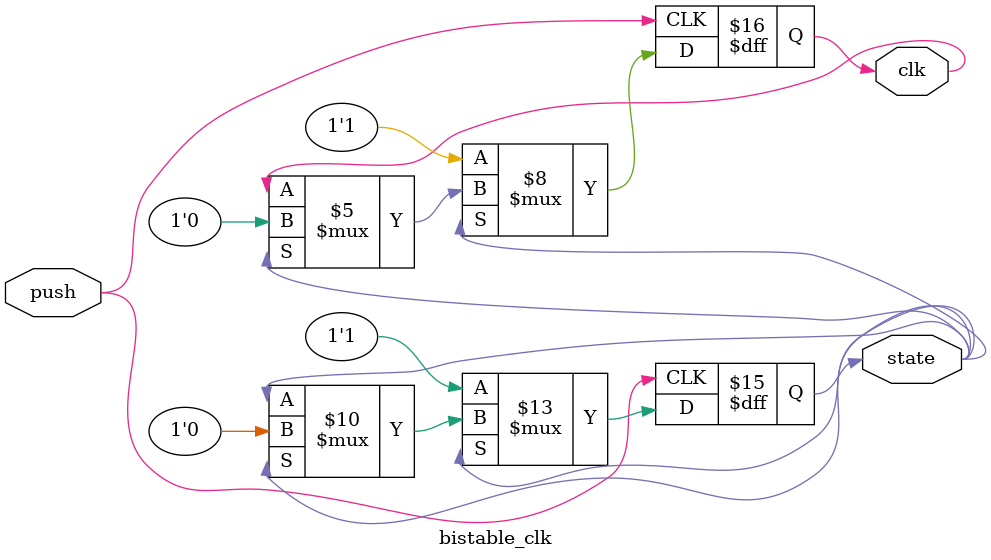
<source format=v>
module bistable_clk(
    input push,
    output reg state,
    output reg clk
);

  initial clk = 0;
  initial state = 0;

  always@(posedge push) begin
    if (~ state) begin 
        clk <= 1;
        state <= 1;
    end else if (state) begin
        clk <= 0;
        state <= 0;
     end
  end

endmodule 
</source>
